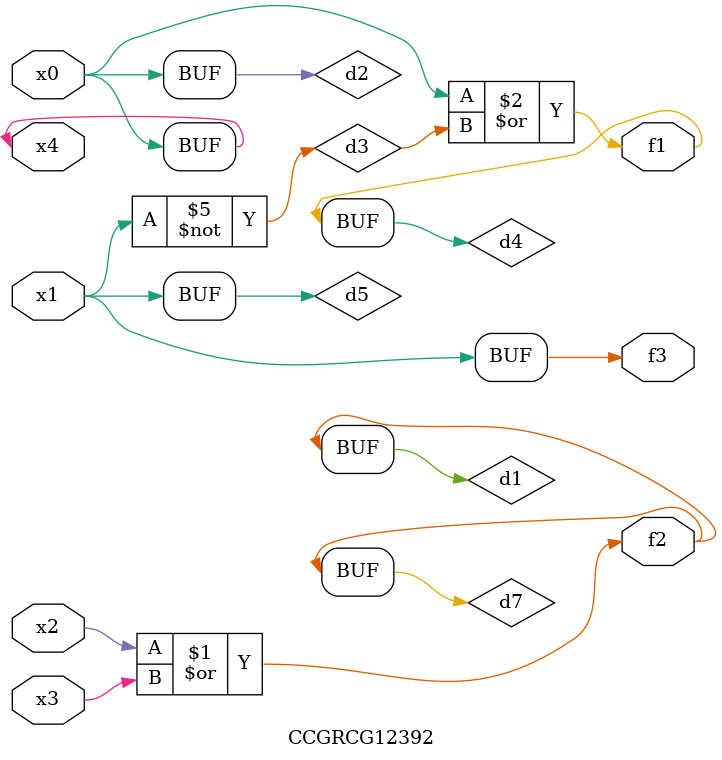
<source format=v>
module CCGRCG12392(
	input x0, x1, x2, x3, x4,
	output f1, f2, f3
);

	wire d1, d2, d3, d4, d5, d6, d7;

	or (d1, x2, x3);
	buf (d2, x0, x4);
	not (d3, x1);
	or (d4, d2, d3);
	not (d5, d3);
	nand (d6, d1, d3);
	or (d7, d1);
	assign f1 = d4;
	assign f2 = d7;
	assign f3 = d5;
endmodule

</source>
